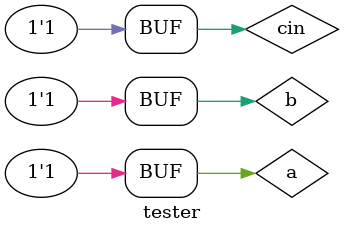
<source format=v>
`timescale 1ns / 1ns


module tester(
    );
reg a,b,cin;
wire cout,s,cout2,s2 ;
FullAdder_Continuous a1(cout,s,cin,a,b);
FullAdder_Procedural a2(cout2,s2,cin,a,b);
initial
begin
$monitor("time %t: {%b %b} <- {%d %d %d}",$time,cout,s,a,b,cin);
#0;
a=0;b=0;cin=0;
#10;
a=0;b=0;cin=1;
#10;
a=0;b=1;cin=0;
#10;
a=0;b=1;cin=1;
#10;
a=1;b=0;cin=0;
#10;
a=1;b=0;cin=1;
#10;
a=1;b=1;cin=0;
#10;
a=1;b=1;cin=1;
end
endmodule

</source>
